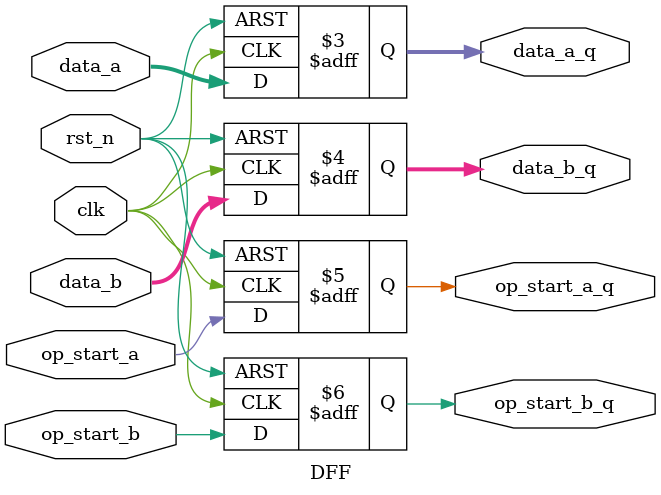
<source format=v>
module DFF #(parameter N = 16)
    (
    input wire          clk,          // Clock input
    input wire          rst_n,        // Active-low asynchronous reset
    input wire[N-1:0]   data_a,       // Data input
    input wire[N-1:0]   data_b,       // Data input
    input wire          op_start_a,   //
    input wire          op_start_b,   //
    output reg [N-1:0]  data_a_q,     // Data output
    output reg [N-1:0]  data_b_q,     // Data output
    output reg          op_start_a_q,
    output reg          op_start_b_q
);

    always @(posedge clk or negedge rst_n) begin
        if(!rst_n)
            begin
                data_a_q      <= 1'b0;    // Reset the output to 0 on reset
                data_b_q      <= 1'b0;    // Reset the output to 0 on reset
                op_start_a_q  <= 1'b0;
                op_start_b_q  <= 1'b0;
            end
        else
            begin
                data_a_q     <= data_a;
                data_b_q     <= data_b;
                op_start_a_q <= op_start_a;       
                op_start_b_q <= op_start_b;       
            end         
    end

endmodule
</source>
